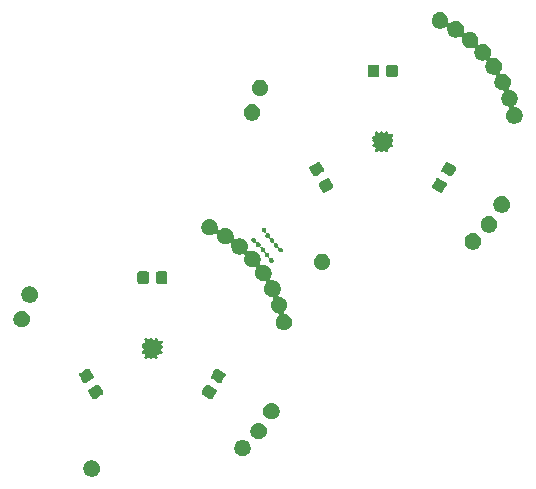
<source format=gbr>
G04 #@! TF.GenerationSoftware,KiCad,Pcbnew,5.0.2-bee76a0~70~ubuntu18.04.1*
G04 #@! TF.CreationDate,2019-06-04T20:48:53+02:00*
G04 #@! TF.ProjectId,lower_Sensor,6c6f7765-725f-4536-956e-736f722e6b69,rev?*
G04 #@! TF.SameCoordinates,Original*
G04 #@! TF.FileFunction,Soldermask,Top*
G04 #@! TF.FilePolarity,Negative*
%FSLAX46Y46*%
G04 Gerber Fmt 4.6, Leading zero omitted, Abs format (unit mm)*
G04 Created by KiCad (PCBNEW 5.0.2-bee76a0~70~ubuntu18.04.1) date Di 04 Jun 2019 20:48:53 CEST*
%MOMM*%
%LPD*%
G01*
G04 APERTURE LIST*
%ADD10C,0.100000*%
G04 APERTURE END LIST*
D10*
G36*
X105068372Y-89485778D02*
X105195949Y-89538622D01*
X105310765Y-89615340D01*
X105408400Y-89712975D01*
X105485118Y-89827791D01*
X105537962Y-89955368D01*
X105564900Y-90090796D01*
X105564900Y-90228884D01*
X105537962Y-90364312D01*
X105485118Y-90491889D01*
X105408400Y-90606705D01*
X105310765Y-90704340D01*
X105195949Y-90781058D01*
X105068372Y-90833902D01*
X104932944Y-90860840D01*
X104794856Y-90860840D01*
X104659428Y-90833902D01*
X104531851Y-90781058D01*
X104417035Y-90704340D01*
X104319400Y-90606705D01*
X104242682Y-90491889D01*
X104189838Y-90364312D01*
X104162900Y-90228884D01*
X104162900Y-90090796D01*
X104189838Y-89955368D01*
X104242682Y-89827791D01*
X104319400Y-89712975D01*
X104417035Y-89615340D01*
X104531851Y-89538622D01*
X104659428Y-89485778D01*
X104794856Y-89458840D01*
X104932944Y-89458840D01*
X105068372Y-89485778D01*
X105068372Y-89485778D01*
G37*
G36*
X117831872Y-87745878D02*
X117959449Y-87798722D01*
X118074265Y-87875440D01*
X118171900Y-87973075D01*
X118248618Y-88087891D01*
X118301462Y-88215468D01*
X118328400Y-88350896D01*
X118328400Y-88488984D01*
X118301462Y-88624412D01*
X118248618Y-88751989D01*
X118171900Y-88866805D01*
X118074265Y-88964440D01*
X117959449Y-89041158D01*
X117831872Y-89094002D01*
X117696444Y-89120940D01*
X117558356Y-89120940D01*
X117422928Y-89094002D01*
X117295351Y-89041158D01*
X117180535Y-88964440D01*
X117082900Y-88866805D01*
X117006182Y-88751989D01*
X116953338Y-88624412D01*
X116926400Y-88488984D01*
X116926400Y-88350896D01*
X116953338Y-88215468D01*
X117006182Y-88087891D01*
X117082900Y-87973075D01*
X117180535Y-87875440D01*
X117295351Y-87798722D01*
X117422928Y-87745878D01*
X117558356Y-87718940D01*
X117696444Y-87718940D01*
X117831872Y-87745878D01*
X117831872Y-87745878D01*
G37*
G36*
X119193312Y-86310778D02*
X119320889Y-86363622D01*
X119435705Y-86440340D01*
X119533340Y-86537975D01*
X119610058Y-86652791D01*
X119662902Y-86780368D01*
X119689840Y-86915796D01*
X119689840Y-87053884D01*
X119662902Y-87189312D01*
X119610058Y-87316889D01*
X119533340Y-87431705D01*
X119435705Y-87529340D01*
X119320889Y-87606058D01*
X119193312Y-87658902D01*
X119057884Y-87685840D01*
X118919796Y-87685840D01*
X118784368Y-87658902D01*
X118656791Y-87606058D01*
X118541975Y-87529340D01*
X118444340Y-87431705D01*
X118367622Y-87316889D01*
X118314778Y-87189312D01*
X118287840Y-87053884D01*
X118287840Y-86915796D01*
X118314778Y-86780368D01*
X118367622Y-86652791D01*
X118444340Y-86537975D01*
X118541975Y-86440340D01*
X118656791Y-86363622D01*
X118784368Y-86310778D01*
X118919796Y-86283840D01*
X119057884Y-86283840D01*
X119193312Y-86310778D01*
X119193312Y-86310778D01*
G37*
G36*
X120282972Y-84629298D02*
X120410549Y-84682142D01*
X120525365Y-84758860D01*
X120623000Y-84856495D01*
X120699718Y-84971311D01*
X120752562Y-85098888D01*
X120779500Y-85234316D01*
X120779500Y-85372404D01*
X120752562Y-85507832D01*
X120699718Y-85635409D01*
X120623000Y-85750225D01*
X120525365Y-85847860D01*
X120410549Y-85924578D01*
X120282972Y-85977422D01*
X120147544Y-86004360D01*
X120009456Y-86004360D01*
X119874028Y-85977422D01*
X119746451Y-85924578D01*
X119631635Y-85847860D01*
X119534000Y-85750225D01*
X119457282Y-85635409D01*
X119404438Y-85507832D01*
X119377500Y-85372404D01*
X119377500Y-85234316D01*
X119404438Y-85098888D01*
X119457282Y-84971311D01*
X119534000Y-84856495D01*
X119631635Y-84758860D01*
X119746451Y-84682142D01*
X119874028Y-84629298D01*
X120009456Y-84602360D01*
X120147544Y-84602360D01*
X120282972Y-84629298D01*
X120282972Y-84629298D01*
G37*
G36*
X105389240Y-83069245D02*
X105422466Y-83081750D01*
X105452628Y-83100507D01*
X105478545Y-83124781D01*
X105502822Y-83158659D01*
X105530997Y-83207460D01*
X105531003Y-83207468D01*
X105775253Y-83630522D01*
X105775256Y-83630529D01*
X105803432Y-83679331D01*
X105820633Y-83717293D01*
X105828698Y-83751881D01*
X105829859Y-83787367D01*
X105824074Y-83822411D01*
X105811569Y-83855637D01*
X105792812Y-83885799D01*
X105768538Y-83911716D01*
X105734660Y-83935993D01*
X105685859Y-83964168D01*
X105685851Y-83964174D01*
X105197845Y-84245924D01*
X105197838Y-84245927D01*
X105149036Y-84274103D01*
X105111074Y-84291304D01*
X105076486Y-84299369D01*
X105041000Y-84300530D01*
X105005956Y-84294745D01*
X104972730Y-84282240D01*
X104942568Y-84263483D01*
X104916651Y-84239209D01*
X104892374Y-84205331D01*
X104864199Y-84156530D01*
X104864193Y-84156522D01*
X104619943Y-83733468D01*
X104619940Y-83733461D01*
X104591764Y-83684659D01*
X104574563Y-83646697D01*
X104566498Y-83612109D01*
X104565337Y-83576623D01*
X104571122Y-83541579D01*
X104583627Y-83508353D01*
X104602384Y-83478191D01*
X104626658Y-83452274D01*
X104660536Y-83427997D01*
X104709337Y-83399822D01*
X104709345Y-83399816D01*
X105197351Y-83118066D01*
X105197358Y-83118063D01*
X105246160Y-83089887D01*
X105284122Y-83072686D01*
X105318710Y-83064621D01*
X105354196Y-83063460D01*
X105389240Y-83069245D01*
X105389240Y-83069245D01*
G37*
G36*
X114681290Y-83064621D02*
X114715878Y-83072686D01*
X114753840Y-83089887D01*
X114802642Y-83118063D01*
X114802649Y-83118066D01*
X115290655Y-83399816D01*
X115290663Y-83399822D01*
X115339464Y-83427997D01*
X115373342Y-83452274D01*
X115397616Y-83478191D01*
X115416373Y-83508353D01*
X115428878Y-83541579D01*
X115434663Y-83576623D01*
X115433502Y-83612109D01*
X115425437Y-83646697D01*
X115408236Y-83684659D01*
X115380060Y-83733461D01*
X115380057Y-83733468D01*
X115135807Y-84156522D01*
X115135801Y-84156530D01*
X115107626Y-84205331D01*
X115083349Y-84239209D01*
X115057432Y-84263483D01*
X115027270Y-84282240D01*
X114994044Y-84294745D01*
X114959000Y-84300530D01*
X114923514Y-84299369D01*
X114888926Y-84291304D01*
X114850964Y-84274103D01*
X114802162Y-84245927D01*
X114802155Y-84245924D01*
X114314149Y-83964174D01*
X114314141Y-83964168D01*
X114265340Y-83935993D01*
X114231462Y-83911716D01*
X114207188Y-83885799D01*
X114188431Y-83855637D01*
X114175926Y-83822411D01*
X114170141Y-83787367D01*
X114171302Y-83751881D01*
X114179367Y-83717293D01*
X114196568Y-83679331D01*
X114224744Y-83630529D01*
X114224747Y-83630522D01*
X114468997Y-83207468D01*
X114469003Y-83207460D01*
X114497178Y-83158659D01*
X114521455Y-83124781D01*
X114547372Y-83100507D01*
X114577534Y-83081750D01*
X114610760Y-83069245D01*
X114645804Y-83063460D01*
X114681290Y-83064621D01*
X114681290Y-83064621D01*
G37*
G36*
X104601740Y-81705255D02*
X104634966Y-81717760D01*
X104665128Y-81736517D01*
X104691045Y-81760791D01*
X104715322Y-81794669D01*
X104743497Y-81843470D01*
X104743503Y-81843478D01*
X104987753Y-82266532D01*
X104987756Y-82266539D01*
X105015932Y-82315341D01*
X105033133Y-82353303D01*
X105041198Y-82387891D01*
X105042359Y-82423377D01*
X105036574Y-82458421D01*
X105024069Y-82491647D01*
X105005312Y-82521809D01*
X104981038Y-82547726D01*
X104947160Y-82572003D01*
X104898359Y-82600178D01*
X104898351Y-82600184D01*
X104410345Y-82881934D01*
X104410338Y-82881937D01*
X104361536Y-82910113D01*
X104323574Y-82927314D01*
X104288986Y-82935379D01*
X104253500Y-82936540D01*
X104218456Y-82930755D01*
X104185230Y-82918250D01*
X104155068Y-82899493D01*
X104129151Y-82875219D01*
X104104874Y-82841341D01*
X104076699Y-82792540D01*
X104076693Y-82792532D01*
X103832443Y-82369478D01*
X103832440Y-82369471D01*
X103804264Y-82320669D01*
X103787063Y-82282707D01*
X103778998Y-82248119D01*
X103777837Y-82212633D01*
X103783622Y-82177589D01*
X103796127Y-82144363D01*
X103814884Y-82114201D01*
X103839158Y-82088284D01*
X103873036Y-82064007D01*
X103921837Y-82035832D01*
X103921845Y-82035826D01*
X104409851Y-81754076D01*
X104409858Y-81754073D01*
X104458660Y-81725897D01*
X104496622Y-81708696D01*
X104531210Y-81700631D01*
X104566696Y-81699470D01*
X104601740Y-81705255D01*
X104601740Y-81705255D01*
G37*
G36*
X115468790Y-81700631D02*
X115503378Y-81708696D01*
X115541340Y-81725897D01*
X115590142Y-81754073D01*
X115590149Y-81754076D01*
X116078155Y-82035826D01*
X116078163Y-82035832D01*
X116126964Y-82064007D01*
X116160842Y-82088284D01*
X116185116Y-82114201D01*
X116203873Y-82144363D01*
X116216378Y-82177589D01*
X116222163Y-82212633D01*
X116221002Y-82248119D01*
X116212937Y-82282707D01*
X116195736Y-82320669D01*
X116167560Y-82369471D01*
X116167557Y-82369478D01*
X115923307Y-82792532D01*
X115923301Y-82792540D01*
X115895126Y-82841341D01*
X115870849Y-82875219D01*
X115844932Y-82899493D01*
X115814770Y-82918250D01*
X115781544Y-82930755D01*
X115746500Y-82936540D01*
X115711014Y-82935379D01*
X115676426Y-82927314D01*
X115638464Y-82910113D01*
X115589662Y-82881937D01*
X115589655Y-82881934D01*
X115101649Y-82600184D01*
X115101641Y-82600178D01*
X115052840Y-82572003D01*
X115018962Y-82547726D01*
X114994688Y-82521809D01*
X114975931Y-82491647D01*
X114963426Y-82458421D01*
X114957641Y-82423377D01*
X114958802Y-82387891D01*
X114966867Y-82353303D01*
X114984068Y-82315341D01*
X115012244Y-82266539D01*
X115012247Y-82266532D01*
X115256497Y-81843478D01*
X115256503Y-81843470D01*
X115284678Y-81794669D01*
X115308955Y-81760791D01*
X115334872Y-81736517D01*
X115365034Y-81717760D01*
X115398260Y-81705255D01*
X115433304Y-81699470D01*
X115468790Y-81700631D01*
X115468790Y-81700631D01*
G37*
G36*
X109486753Y-79125842D02*
X109509684Y-79135340D01*
X109530321Y-79149129D01*
X109547871Y-79166679D01*
X109561660Y-79187316D01*
X109561662Y-79187321D01*
X109566066Y-79193912D01*
X109581612Y-79212854D01*
X109600554Y-79228400D01*
X109622165Y-79239951D01*
X109645614Y-79247064D01*
X109670000Y-79249466D01*
X109694386Y-79247064D01*
X109717835Y-79239951D01*
X109739446Y-79228400D01*
X109758388Y-79212854D01*
X109773934Y-79193912D01*
X109778338Y-79187321D01*
X109778340Y-79187316D01*
X109792129Y-79166679D01*
X109809679Y-79149129D01*
X109830316Y-79135340D01*
X109853247Y-79125842D01*
X109877590Y-79121000D01*
X109902410Y-79121000D01*
X109926753Y-79125842D01*
X109949684Y-79135340D01*
X109970321Y-79149129D01*
X109987871Y-79166679D01*
X110001660Y-79187316D01*
X110001662Y-79187321D01*
X110006066Y-79193912D01*
X110021612Y-79212854D01*
X110040554Y-79228400D01*
X110062165Y-79239951D01*
X110085614Y-79247064D01*
X110110000Y-79249466D01*
X110134386Y-79247064D01*
X110157835Y-79239951D01*
X110179446Y-79228400D01*
X110198388Y-79212854D01*
X110213934Y-79193912D01*
X110218338Y-79187321D01*
X110218340Y-79187316D01*
X110232129Y-79166679D01*
X110249679Y-79149129D01*
X110270316Y-79135340D01*
X110293247Y-79125842D01*
X110317590Y-79121000D01*
X110342410Y-79121000D01*
X110366753Y-79125842D01*
X110389684Y-79135340D01*
X110410321Y-79149129D01*
X110427871Y-79166679D01*
X110441660Y-79187316D01*
X110451158Y-79210247D01*
X110454769Y-79228400D01*
X110456000Y-79234591D01*
X110456000Y-79267033D01*
X110458402Y-79291419D01*
X110465515Y-79314868D01*
X110477066Y-79336479D01*
X110492612Y-79355421D01*
X110511554Y-79370967D01*
X110533165Y-79382518D01*
X110556614Y-79389631D01*
X110581000Y-79392033D01*
X110605386Y-79389631D01*
X110628835Y-79382518D01*
X110650446Y-79370967D01*
X110669382Y-79355426D01*
X110672679Y-79352129D01*
X110693316Y-79338340D01*
X110716247Y-79328842D01*
X110740590Y-79324000D01*
X110765410Y-79324000D01*
X110789753Y-79328842D01*
X110812684Y-79338340D01*
X110833321Y-79352129D01*
X110850871Y-79369679D01*
X110864660Y-79390316D01*
X110874158Y-79413247D01*
X110879000Y-79437590D01*
X110879000Y-79462410D01*
X110874158Y-79486753D01*
X110864660Y-79509684D01*
X110850871Y-79530321D01*
X110833321Y-79547871D01*
X110812684Y-79561660D01*
X110812679Y-79561662D01*
X110806088Y-79566066D01*
X110787146Y-79581612D01*
X110771600Y-79600554D01*
X110760049Y-79622165D01*
X110752936Y-79645614D01*
X110750534Y-79670000D01*
X110752936Y-79694386D01*
X110760049Y-79717835D01*
X110771600Y-79739446D01*
X110787146Y-79758388D01*
X110806088Y-79773934D01*
X110812679Y-79778338D01*
X110812684Y-79778340D01*
X110833321Y-79792129D01*
X110850871Y-79809679D01*
X110864660Y-79830316D01*
X110874158Y-79853247D01*
X110879000Y-79877590D01*
X110879000Y-79902410D01*
X110874158Y-79926753D01*
X110864660Y-79949684D01*
X110850871Y-79970321D01*
X110833321Y-79987871D01*
X110812684Y-80001660D01*
X110812679Y-80001662D01*
X110806088Y-80006066D01*
X110787146Y-80021612D01*
X110771600Y-80040554D01*
X110760049Y-80062165D01*
X110752936Y-80085614D01*
X110750534Y-80110000D01*
X110752936Y-80134386D01*
X110760049Y-80157835D01*
X110771600Y-80179446D01*
X110787146Y-80198388D01*
X110806088Y-80213934D01*
X110812679Y-80218338D01*
X110812684Y-80218340D01*
X110833321Y-80232129D01*
X110850871Y-80249679D01*
X110864660Y-80270316D01*
X110874158Y-80293247D01*
X110879000Y-80317590D01*
X110879000Y-80342410D01*
X110874158Y-80366753D01*
X110864660Y-80389684D01*
X110850871Y-80410321D01*
X110833321Y-80427871D01*
X110812684Y-80441660D01*
X110789753Y-80451158D01*
X110765410Y-80456000D01*
X110740590Y-80456000D01*
X110716247Y-80451158D01*
X110693316Y-80441660D01*
X110692513Y-80441123D01*
X110670918Y-80429580D01*
X110647469Y-80422466D01*
X110623083Y-80420063D01*
X110598697Y-80422464D01*
X110575247Y-80429576D01*
X110553636Y-80441126D01*
X110534690Y-80456675D01*
X110456675Y-80534690D01*
X110441129Y-80553632D01*
X110429578Y-80575243D01*
X110422465Y-80598692D01*
X110420063Y-80623078D01*
X110422465Y-80647464D01*
X110429578Y-80670913D01*
X110441123Y-80692513D01*
X110441660Y-80693316D01*
X110451158Y-80716247D01*
X110456000Y-80740590D01*
X110456000Y-80765410D01*
X110451158Y-80789753D01*
X110441660Y-80812684D01*
X110427871Y-80833321D01*
X110410321Y-80850871D01*
X110389684Y-80864660D01*
X110366753Y-80874158D01*
X110342410Y-80879000D01*
X110317590Y-80879000D01*
X110293247Y-80874158D01*
X110270316Y-80864660D01*
X110249679Y-80850871D01*
X110232129Y-80833321D01*
X110218340Y-80812684D01*
X110218338Y-80812679D01*
X110213934Y-80806088D01*
X110198388Y-80787146D01*
X110179446Y-80771600D01*
X110157835Y-80760049D01*
X110134386Y-80752936D01*
X110110000Y-80750534D01*
X110085614Y-80752936D01*
X110062165Y-80760049D01*
X110040554Y-80771600D01*
X110021612Y-80787146D01*
X110006066Y-80806088D01*
X110001662Y-80812679D01*
X110001660Y-80812684D01*
X109987871Y-80833321D01*
X109970321Y-80850871D01*
X109949684Y-80864660D01*
X109926753Y-80874158D01*
X109902410Y-80879000D01*
X109877590Y-80879000D01*
X109853247Y-80874158D01*
X109830316Y-80864660D01*
X109809679Y-80850871D01*
X109792129Y-80833321D01*
X109778340Y-80812684D01*
X109778338Y-80812679D01*
X109773934Y-80806088D01*
X109758388Y-80787146D01*
X109739446Y-80771600D01*
X109717835Y-80760049D01*
X109694386Y-80752936D01*
X109670000Y-80750534D01*
X109645614Y-80752936D01*
X109622165Y-80760049D01*
X109600554Y-80771600D01*
X109581612Y-80787146D01*
X109566066Y-80806088D01*
X109561662Y-80812679D01*
X109561660Y-80812684D01*
X109547871Y-80833321D01*
X109530321Y-80850871D01*
X109509684Y-80864660D01*
X109486753Y-80874158D01*
X109462410Y-80879000D01*
X109437590Y-80879000D01*
X109413247Y-80874158D01*
X109390316Y-80864660D01*
X109369679Y-80850871D01*
X109352129Y-80833321D01*
X109338340Y-80812684D01*
X109328842Y-80789753D01*
X109324000Y-80765410D01*
X109324000Y-80740590D01*
X109328842Y-80716247D01*
X109338340Y-80693316D01*
X109352129Y-80672679D01*
X109355426Y-80669382D01*
X109370967Y-80650446D01*
X109382518Y-80628835D01*
X109389631Y-80605386D01*
X109392033Y-80581000D01*
X109389631Y-80556614D01*
X109382518Y-80533165D01*
X109370967Y-80511554D01*
X109355421Y-80492612D01*
X109336479Y-80477066D01*
X109314868Y-80465515D01*
X109291419Y-80458402D01*
X109267033Y-80456000D01*
X109234590Y-80456000D01*
X109210247Y-80451158D01*
X109187316Y-80441660D01*
X109166679Y-80427871D01*
X109149129Y-80410321D01*
X109135340Y-80389684D01*
X109125842Y-80366753D01*
X109121000Y-80342410D01*
X109121000Y-80317590D01*
X109125842Y-80293247D01*
X109135340Y-80270316D01*
X109149129Y-80249679D01*
X109166679Y-80232129D01*
X109187316Y-80218340D01*
X109187321Y-80218338D01*
X109193912Y-80213934D01*
X109212854Y-80198388D01*
X109228400Y-80179446D01*
X109239951Y-80157835D01*
X109247064Y-80134386D01*
X109249466Y-80110000D01*
X109247064Y-80085614D01*
X109239951Y-80062165D01*
X109228400Y-80040554D01*
X109212854Y-80021612D01*
X109193912Y-80006066D01*
X109187321Y-80001662D01*
X109187316Y-80001660D01*
X109166679Y-79987871D01*
X109149129Y-79970321D01*
X109135340Y-79949684D01*
X109125842Y-79926753D01*
X109121000Y-79902410D01*
X109121000Y-79877590D01*
X109123421Y-79865419D01*
X109125842Y-79853246D01*
X109136368Y-79827835D01*
X109143481Y-79804386D01*
X109145883Y-79779999D01*
X109143481Y-79755613D01*
X109136368Y-79732165D01*
X109125842Y-79706754D01*
X109121000Y-79682409D01*
X109121000Y-79657591D01*
X109125842Y-79633249D01*
X109125842Y-79633247D01*
X109135340Y-79610316D01*
X109149129Y-79589679D01*
X109166679Y-79572129D01*
X109187316Y-79558340D01*
X109210247Y-79548842D01*
X109234590Y-79544000D01*
X109267033Y-79544000D01*
X109291419Y-79541598D01*
X109314868Y-79534485D01*
X109336479Y-79522934D01*
X109355421Y-79507388D01*
X109370967Y-79488446D01*
X109382518Y-79466835D01*
X109389631Y-79443386D01*
X109392033Y-79419000D01*
X109389631Y-79394614D01*
X109382518Y-79371165D01*
X109370967Y-79349554D01*
X109355426Y-79330618D01*
X109352129Y-79327321D01*
X109338340Y-79306684D01*
X109328842Y-79283753D01*
X109324000Y-79259410D01*
X109324000Y-79234590D01*
X109328842Y-79210247D01*
X109338340Y-79187316D01*
X109352129Y-79166679D01*
X109369679Y-79149129D01*
X109390316Y-79135340D01*
X109413247Y-79125842D01*
X109437590Y-79121000D01*
X109462410Y-79121000D01*
X109486753Y-79125842D01*
X109486753Y-79125842D01*
G37*
G36*
X115040412Y-69051478D02*
X115167989Y-69104322D01*
X115282805Y-69181040D01*
X115380440Y-69278675D01*
X115457158Y-69393491D01*
X115510002Y-69521068D01*
X115536940Y-69656496D01*
X115536940Y-69794585D01*
X115534662Y-69806038D01*
X115532260Y-69830424D01*
X115534662Y-69854810D01*
X115541775Y-69878259D01*
X115553327Y-69899870D01*
X115568872Y-69918812D01*
X115587815Y-69934357D01*
X115609426Y-69945908D01*
X115632875Y-69953021D01*
X115657261Y-69955423D01*
X115681647Y-69953021D01*
X115705096Y-69945908D01*
X115726706Y-69934357D01*
X115839931Y-69858702D01*
X115967508Y-69805858D01*
X116102936Y-69778920D01*
X116241024Y-69778920D01*
X116376452Y-69805858D01*
X116504029Y-69858702D01*
X116618845Y-69935420D01*
X116716480Y-70033055D01*
X116793198Y-70147871D01*
X116846042Y-70275448D01*
X116872980Y-70410876D01*
X116872980Y-70548964D01*
X116859676Y-70615848D01*
X116857274Y-70640234D01*
X116859676Y-70664620D01*
X116866789Y-70688070D01*
X116878340Y-70709680D01*
X116893886Y-70728622D01*
X116912828Y-70744168D01*
X116934439Y-70755719D01*
X116957888Y-70762832D01*
X116982274Y-70765234D01*
X117006660Y-70762832D01*
X117030110Y-70755719D01*
X117040554Y-70750137D01*
X117046431Y-70747703D01*
X117046432Y-70747702D01*
X117138225Y-70709680D01*
X117174008Y-70694858D01*
X117309436Y-70667920D01*
X117447524Y-70667920D01*
X117582952Y-70694858D01*
X117710529Y-70747702D01*
X117825345Y-70824420D01*
X117922980Y-70922055D01*
X117999698Y-71036871D01*
X118052542Y-71164448D01*
X118079480Y-71299876D01*
X118079480Y-71437964D01*
X118052542Y-71573391D01*
X118039367Y-71605199D01*
X118032254Y-71628648D01*
X118029852Y-71653034D01*
X118032254Y-71677421D01*
X118039367Y-71700870D01*
X118050918Y-71722481D01*
X118066463Y-71741423D01*
X118085405Y-71756968D01*
X118107016Y-71768520D01*
X118130465Y-71775633D01*
X118154851Y-71778035D01*
X118179238Y-71775633D01*
X118202687Y-71768520D01*
X118256046Y-71746418D01*
X118391476Y-71719480D01*
X118529564Y-71719480D01*
X118664992Y-71746418D01*
X118792569Y-71799262D01*
X118907385Y-71875980D01*
X119005020Y-71973615D01*
X119081738Y-72088431D01*
X119134582Y-72216008D01*
X119161520Y-72351436D01*
X119161520Y-72489524D01*
X119134582Y-72624954D01*
X119079702Y-72757446D01*
X119072589Y-72780895D01*
X119070187Y-72805281D01*
X119072589Y-72829667D01*
X119079702Y-72853117D01*
X119091253Y-72874727D01*
X119106799Y-72893669D01*
X119125741Y-72909215D01*
X119147352Y-72920766D01*
X119170801Y-72927879D01*
X119195187Y-72930281D01*
X119219573Y-72927879D01*
X119331276Y-72905660D01*
X119469364Y-72905660D01*
X119604792Y-72932598D01*
X119732369Y-72985442D01*
X119847185Y-73062160D01*
X119944820Y-73159795D01*
X120021538Y-73274611D01*
X120074382Y-73402188D01*
X120101320Y-73537616D01*
X120101320Y-73675704D01*
X120074382Y-73811132D01*
X120021538Y-73938709D01*
X119948630Y-74047823D01*
X119937079Y-74069433D01*
X119929966Y-74092883D01*
X119927564Y-74117269D01*
X119929966Y-74141655D01*
X119937079Y-74165104D01*
X119948630Y-74186715D01*
X119964176Y-74205657D01*
X119983118Y-74221203D01*
X120004728Y-74232754D01*
X120028178Y-74239867D01*
X120052564Y-74242269D01*
X120076948Y-74239868D01*
X120093278Y-74236620D01*
X120231364Y-74236620D01*
X120366792Y-74263558D01*
X120494369Y-74316402D01*
X120609185Y-74393120D01*
X120706820Y-74490755D01*
X120783538Y-74605571D01*
X120836382Y-74733148D01*
X120863320Y-74868576D01*
X120863320Y-75006664D01*
X120836382Y-75142092D01*
X120783538Y-75269669D01*
X120706820Y-75384485D01*
X120691393Y-75399912D01*
X120675847Y-75418854D01*
X120664296Y-75440465D01*
X120657183Y-75463914D01*
X120654781Y-75488300D01*
X120657183Y-75512686D01*
X120664296Y-75536135D01*
X120675847Y-75557746D01*
X120691393Y-75576688D01*
X120710335Y-75592234D01*
X120731946Y-75603785D01*
X120755395Y-75610898D01*
X120779781Y-75613300D01*
X120800324Y-75613300D01*
X120935752Y-75640238D01*
X121063329Y-75693082D01*
X121178145Y-75769800D01*
X121275780Y-75867435D01*
X121352498Y-75982251D01*
X121405342Y-76109828D01*
X121432280Y-76245256D01*
X121432280Y-76383344D01*
X121405342Y-76518772D01*
X121352498Y-76646349D01*
X121275780Y-76761165D01*
X121172736Y-76864209D01*
X121157190Y-76883151D01*
X121145639Y-76904762D01*
X121138526Y-76928211D01*
X121136124Y-76952597D01*
X121138526Y-76976983D01*
X121145639Y-77000432D01*
X121157190Y-77022043D01*
X121172736Y-77040985D01*
X121191678Y-77056531D01*
X121213289Y-77068082D01*
X121236738Y-77075195D01*
X121339611Y-77095658D01*
X121339613Y-77095659D01*
X121339614Y-77095659D01*
X121367083Y-77107037D01*
X121467189Y-77148502D01*
X121582005Y-77225220D01*
X121679640Y-77322855D01*
X121756358Y-77437671D01*
X121809202Y-77565248D01*
X121836140Y-77700676D01*
X121836140Y-77838764D01*
X121809202Y-77974192D01*
X121756358Y-78101769D01*
X121679640Y-78216585D01*
X121582005Y-78314220D01*
X121467189Y-78390938D01*
X121339612Y-78443782D01*
X121204184Y-78470720D01*
X121066096Y-78470720D01*
X120930668Y-78443782D01*
X120803091Y-78390938D01*
X120688275Y-78314220D01*
X120590640Y-78216585D01*
X120513922Y-78101769D01*
X120461078Y-77974192D01*
X120434140Y-77838764D01*
X120434140Y-77700676D01*
X120461078Y-77565248D01*
X120513922Y-77437671D01*
X120590640Y-77322855D01*
X120693684Y-77219811D01*
X120709230Y-77200869D01*
X120720781Y-77179258D01*
X120727894Y-77155809D01*
X120730296Y-77131423D01*
X120727894Y-77107037D01*
X120720781Y-77083588D01*
X120709230Y-77061977D01*
X120693684Y-77043035D01*
X120674742Y-77027489D01*
X120653131Y-77015938D01*
X120629682Y-77008825D01*
X120526809Y-76988362D01*
X120526807Y-76988361D01*
X120526806Y-76988361D01*
X120479682Y-76968841D01*
X120399231Y-76935518D01*
X120284415Y-76858800D01*
X120186780Y-76761165D01*
X120110062Y-76646349D01*
X120057218Y-76518772D01*
X120030280Y-76383344D01*
X120030280Y-76245256D01*
X120057218Y-76109828D01*
X120110062Y-75982251D01*
X120186780Y-75867435D01*
X120202207Y-75852008D01*
X120217753Y-75833066D01*
X120229304Y-75811455D01*
X120236417Y-75788006D01*
X120238819Y-75763620D01*
X120236417Y-75739234D01*
X120229304Y-75715785D01*
X120217753Y-75694174D01*
X120202207Y-75675232D01*
X120183265Y-75659686D01*
X120161654Y-75648135D01*
X120138205Y-75641022D01*
X120113819Y-75638620D01*
X120093276Y-75638620D01*
X119957848Y-75611682D01*
X119830271Y-75558838D01*
X119715455Y-75482120D01*
X119617820Y-75384485D01*
X119541102Y-75269669D01*
X119488258Y-75142092D01*
X119461320Y-75006664D01*
X119461320Y-74868576D01*
X119488258Y-74733148D01*
X119541102Y-74605571D01*
X119614010Y-74496457D01*
X119625561Y-74474847D01*
X119632674Y-74451397D01*
X119635076Y-74427011D01*
X119632674Y-74402625D01*
X119625561Y-74379176D01*
X119614010Y-74357565D01*
X119598464Y-74338623D01*
X119579522Y-74323077D01*
X119557912Y-74311526D01*
X119534462Y-74304413D01*
X119510076Y-74302011D01*
X119485692Y-74304412D01*
X119469362Y-74307660D01*
X119331276Y-74307660D01*
X119195848Y-74280722D01*
X119068271Y-74227878D01*
X118953455Y-74151160D01*
X118855820Y-74053525D01*
X118779102Y-73938709D01*
X118726258Y-73811132D01*
X118699320Y-73675704D01*
X118699320Y-73537616D01*
X118726258Y-73402186D01*
X118781138Y-73269694D01*
X118788251Y-73246245D01*
X118790653Y-73221859D01*
X118788251Y-73197473D01*
X118781138Y-73174023D01*
X118769587Y-73152413D01*
X118754041Y-73133471D01*
X118735099Y-73117925D01*
X118713488Y-73106374D01*
X118690039Y-73099261D01*
X118665653Y-73096859D01*
X118641267Y-73099261D01*
X118529564Y-73121480D01*
X118391476Y-73121480D01*
X118256048Y-73094542D01*
X118128471Y-73041698D01*
X118013655Y-72964980D01*
X117916020Y-72867345D01*
X117839302Y-72752529D01*
X117786458Y-72624952D01*
X117759520Y-72489524D01*
X117759520Y-72351436D01*
X117786458Y-72216009D01*
X117787409Y-72213714D01*
X117799633Y-72184201D01*
X117806746Y-72160752D01*
X117809148Y-72136366D01*
X117806746Y-72111979D01*
X117799633Y-72088530D01*
X117788082Y-72066919D01*
X117772537Y-72047977D01*
X117753595Y-72032432D01*
X117731984Y-72020880D01*
X117708535Y-72013767D01*
X117684149Y-72011365D01*
X117659762Y-72013767D01*
X117636313Y-72020880D01*
X117582954Y-72042982D01*
X117447524Y-72069920D01*
X117309436Y-72069920D01*
X117174008Y-72042982D01*
X117046431Y-71990138D01*
X116931615Y-71913420D01*
X116833980Y-71815785D01*
X116757262Y-71700969D01*
X116704418Y-71573392D01*
X116677480Y-71437964D01*
X116677480Y-71299876D01*
X116690784Y-71232992D01*
X116693186Y-71208606D01*
X116690784Y-71184220D01*
X116683671Y-71160770D01*
X116672120Y-71139160D01*
X116656574Y-71120218D01*
X116637632Y-71104672D01*
X116616021Y-71093121D01*
X116592572Y-71086008D01*
X116568186Y-71083606D01*
X116543800Y-71086008D01*
X116520350Y-71093121D01*
X116509906Y-71098703D01*
X116504029Y-71101137D01*
X116504028Y-71101138D01*
X116495496Y-71104672D01*
X116376452Y-71153982D01*
X116241024Y-71180920D01*
X116102936Y-71180920D01*
X115967508Y-71153982D01*
X115839931Y-71101138D01*
X115725115Y-71024420D01*
X115627480Y-70926785D01*
X115550762Y-70811969D01*
X115497918Y-70684392D01*
X115470980Y-70548964D01*
X115470980Y-70410875D01*
X115473258Y-70399422D01*
X115475660Y-70375036D01*
X115473258Y-70350650D01*
X115466145Y-70327201D01*
X115454593Y-70305590D01*
X115439048Y-70286648D01*
X115420105Y-70271103D01*
X115398494Y-70259552D01*
X115375045Y-70252439D01*
X115350659Y-70250037D01*
X115326273Y-70252439D01*
X115302824Y-70259552D01*
X115281214Y-70271103D01*
X115167989Y-70346758D01*
X115040412Y-70399602D01*
X114904984Y-70426540D01*
X114766896Y-70426540D01*
X114631468Y-70399602D01*
X114503891Y-70346758D01*
X114389075Y-70270040D01*
X114291440Y-70172405D01*
X114214722Y-70057589D01*
X114161878Y-69930012D01*
X114134940Y-69794584D01*
X114134940Y-69656496D01*
X114161878Y-69521068D01*
X114214722Y-69393491D01*
X114291440Y-69278675D01*
X114389075Y-69181040D01*
X114503891Y-69104322D01*
X114631468Y-69051478D01*
X114766896Y-69024540D01*
X114904984Y-69024540D01*
X115040412Y-69051478D01*
X115040412Y-69051478D01*
G37*
G36*
X99132392Y-76831498D02*
X99259969Y-76884342D01*
X99374785Y-76961060D01*
X99472420Y-77058695D01*
X99549138Y-77173511D01*
X99601982Y-77301088D01*
X99628920Y-77436516D01*
X99628920Y-77574604D01*
X99601982Y-77710032D01*
X99549138Y-77837609D01*
X99472420Y-77952425D01*
X99374785Y-78050060D01*
X99259969Y-78126778D01*
X99132392Y-78179622D01*
X98996964Y-78206560D01*
X98858876Y-78206560D01*
X98723448Y-78179622D01*
X98595871Y-78126778D01*
X98481055Y-78050060D01*
X98383420Y-77952425D01*
X98306702Y-77837609D01*
X98253858Y-77710032D01*
X98226920Y-77574604D01*
X98226920Y-77436516D01*
X98253858Y-77301088D01*
X98306702Y-77173511D01*
X98383420Y-77058695D01*
X98481055Y-76961060D01*
X98595871Y-76884342D01*
X98723448Y-76831498D01*
X98858876Y-76804560D01*
X98996964Y-76804560D01*
X99132392Y-76831498D01*
X99132392Y-76831498D01*
G37*
G36*
X99815652Y-74756318D02*
X99943229Y-74809162D01*
X100058045Y-74885880D01*
X100155680Y-74983515D01*
X100232398Y-75098331D01*
X100285242Y-75225908D01*
X100312180Y-75361336D01*
X100312180Y-75499424D01*
X100285242Y-75634852D01*
X100232398Y-75762429D01*
X100155680Y-75877245D01*
X100058045Y-75974880D01*
X99943229Y-76051598D01*
X99815652Y-76104442D01*
X99680224Y-76131380D01*
X99542136Y-76131380D01*
X99406708Y-76104442D01*
X99279131Y-76051598D01*
X99164315Y-75974880D01*
X99066680Y-75877245D01*
X98989962Y-75762429D01*
X98937118Y-75634852D01*
X98910180Y-75499424D01*
X98910180Y-75361336D01*
X98937118Y-75225908D01*
X98989962Y-75098331D01*
X99066680Y-74983515D01*
X99164315Y-74885880D01*
X99279131Y-74809162D01*
X99406708Y-74756318D01*
X99542136Y-74729380D01*
X99680224Y-74729380D01*
X99815652Y-74756318D01*
X99815652Y-74756318D01*
G37*
G36*
X109554591Y-73478085D02*
X109588569Y-73488393D01*
X109619887Y-73505133D01*
X109647339Y-73527661D01*
X109669867Y-73555113D01*
X109686607Y-73586431D01*
X109696915Y-73620409D01*
X109701000Y-73661890D01*
X109701000Y-74338110D01*
X109696915Y-74379591D01*
X109686607Y-74413569D01*
X109669867Y-74444887D01*
X109647339Y-74472339D01*
X109619887Y-74494867D01*
X109588569Y-74511607D01*
X109554591Y-74521915D01*
X109513110Y-74526000D01*
X108911890Y-74526000D01*
X108870409Y-74521915D01*
X108836431Y-74511607D01*
X108805113Y-74494867D01*
X108777661Y-74472339D01*
X108755133Y-74444887D01*
X108738393Y-74413569D01*
X108728085Y-74379591D01*
X108724000Y-74338110D01*
X108724000Y-73661890D01*
X108728085Y-73620409D01*
X108738393Y-73586431D01*
X108755133Y-73555113D01*
X108777661Y-73527661D01*
X108805113Y-73505133D01*
X108836431Y-73488393D01*
X108870409Y-73478085D01*
X108911890Y-73474000D01*
X109513110Y-73474000D01*
X109554591Y-73478085D01*
X109554591Y-73478085D01*
G37*
G36*
X111129591Y-73478085D02*
X111163569Y-73488393D01*
X111194887Y-73505133D01*
X111222339Y-73527661D01*
X111244867Y-73555113D01*
X111261607Y-73586431D01*
X111271915Y-73620409D01*
X111276000Y-73661890D01*
X111276000Y-74338110D01*
X111271915Y-74379591D01*
X111261607Y-74413569D01*
X111244867Y-74444887D01*
X111222339Y-74472339D01*
X111194887Y-74494867D01*
X111163569Y-74511607D01*
X111129591Y-74521915D01*
X111088110Y-74526000D01*
X110486890Y-74526000D01*
X110445409Y-74521915D01*
X110411431Y-74511607D01*
X110380113Y-74494867D01*
X110352661Y-74472339D01*
X110330133Y-74444887D01*
X110313393Y-74413569D01*
X110303085Y-74379591D01*
X110299000Y-74338110D01*
X110299000Y-73661890D01*
X110303085Y-73620409D01*
X110313393Y-73586431D01*
X110330133Y-73555113D01*
X110352661Y-73527661D01*
X110380113Y-73505133D01*
X110411431Y-73488393D01*
X110445409Y-73478085D01*
X110486890Y-73474000D01*
X111088110Y-73474000D01*
X111129591Y-73478085D01*
X111129591Y-73478085D01*
G37*
G36*
X124568372Y-71985778D02*
X124695949Y-72038622D01*
X124810765Y-72115340D01*
X124908400Y-72212975D01*
X124985118Y-72327791D01*
X125037962Y-72455368D01*
X125064900Y-72590796D01*
X125064900Y-72728884D01*
X125037962Y-72864312D01*
X124985118Y-72991889D01*
X124908400Y-73106705D01*
X124810765Y-73204340D01*
X124695949Y-73281058D01*
X124568372Y-73333902D01*
X124432944Y-73360840D01*
X124294856Y-73360840D01*
X124159428Y-73333902D01*
X124031851Y-73281058D01*
X123917035Y-73204340D01*
X123819400Y-73106705D01*
X123742682Y-72991889D01*
X123689838Y-72864312D01*
X123662900Y-72728884D01*
X123662900Y-72590796D01*
X123689838Y-72455368D01*
X123742682Y-72327791D01*
X123819400Y-72212975D01*
X123917035Y-72115340D01*
X124031851Y-72038622D01*
X124159428Y-71985778D01*
X124294856Y-71958840D01*
X124432944Y-71958840D01*
X124568372Y-71985778D01*
X124568372Y-71985778D01*
G37*
G36*
X118598402Y-70627536D02*
X118633846Y-70634586D01*
X118670425Y-70649738D01*
X118670427Y-70649739D01*
X118676699Y-70653930D01*
X118692698Y-70664620D01*
X118703347Y-70671736D01*
X118731342Y-70699731D01*
X118749866Y-70727453D01*
X118753340Y-70732653D01*
X118768492Y-70769232D01*
X118776216Y-70808065D01*
X118776216Y-70847659D01*
X118770791Y-70874932D01*
X118768390Y-70899311D01*
X118770792Y-70923697D01*
X118777905Y-70947146D01*
X118789456Y-70968757D01*
X118805001Y-70987700D01*
X118823943Y-71003245D01*
X118845553Y-71014796D01*
X118869003Y-71021910D01*
X118893389Y-71024312D01*
X118917776Y-71021910D01*
X118947252Y-71016047D01*
X118986848Y-71016047D01*
X118996555Y-71017978D01*
X119025680Y-71023771D01*
X119062259Y-71038923D01*
X119062261Y-71038924D01*
X119077131Y-71048860D01*
X119095180Y-71060920D01*
X119123177Y-71088917D01*
X119131343Y-71101138D01*
X119144469Y-71120782D01*
X119145174Y-71121838D01*
X119160326Y-71158417D01*
X119168050Y-71197250D01*
X119168050Y-71236844D01*
X119160327Y-71275674D01*
X119160326Y-71275676D01*
X119158624Y-71279785D01*
X119151510Y-71303234D01*
X119149108Y-71327620D01*
X119151509Y-71352006D01*
X119158622Y-71375455D01*
X119170173Y-71397066D01*
X119185718Y-71416009D01*
X119204660Y-71431554D01*
X119226271Y-71443106D01*
X119249720Y-71450220D01*
X119274106Y-71452622D01*
X119298493Y-71450220D01*
X119326829Y-71444584D01*
X119366426Y-71444584D01*
X119376133Y-71446515D01*
X119405258Y-71452308D01*
X119441837Y-71467460D01*
X119441839Y-71467461D01*
X119450664Y-71473358D01*
X119472533Y-71487970D01*
X119474759Y-71489458D01*
X119502754Y-71517453D01*
X119522370Y-71546809D01*
X119524752Y-71550375D01*
X119539904Y-71586954D01*
X119547628Y-71625787D01*
X119547628Y-71665381D01*
X119539905Y-71704211D01*
X119539904Y-71704213D01*
X119534785Y-71716571D01*
X119527671Y-71740020D01*
X119525269Y-71764406D01*
X119527670Y-71788792D01*
X119534783Y-71812241D01*
X119546334Y-71833853D01*
X119561879Y-71852795D01*
X119580821Y-71868341D01*
X119602432Y-71879892D01*
X119625881Y-71887006D01*
X119650267Y-71889408D01*
X119674652Y-71887006D01*
X119686831Y-71884584D01*
X119726426Y-71884584D01*
X119736133Y-71886515D01*
X119765258Y-71892308D01*
X119801837Y-71907460D01*
X119801839Y-71907461D01*
X119834759Y-71929458D01*
X119862754Y-71957453D01*
X119881681Y-71985778D01*
X119884752Y-71990375D01*
X119899904Y-72026954D01*
X119907628Y-72065787D01*
X119907628Y-72105381D01*
X119899904Y-72144214D01*
X119885756Y-72178368D01*
X119878643Y-72201817D01*
X119876241Y-72226203D01*
X119878643Y-72250590D01*
X119885756Y-72274039D01*
X119897307Y-72295650D01*
X119912852Y-72314592D01*
X119931794Y-72330137D01*
X119953405Y-72341689D01*
X119976854Y-72348802D01*
X120001240Y-72351204D01*
X120025620Y-72348803D01*
X120046831Y-72344584D01*
X120086426Y-72344584D01*
X120096133Y-72346515D01*
X120125258Y-72352308D01*
X120161837Y-72367460D01*
X120161839Y-72367461D01*
X120178410Y-72378534D01*
X120194758Y-72389457D01*
X120222755Y-72417454D01*
X120244752Y-72450375D01*
X120259904Y-72486954D01*
X120267628Y-72525787D01*
X120267628Y-72565381D01*
X120259904Y-72604214D01*
X120244752Y-72640793D01*
X120244751Y-72640795D01*
X120222754Y-72673715D01*
X120194759Y-72701710D01*
X120161839Y-72723707D01*
X120161838Y-72723708D01*
X120161837Y-72723708D01*
X120125258Y-72738860D01*
X120096133Y-72744653D01*
X120086426Y-72746584D01*
X120046830Y-72746584D01*
X120037123Y-72744653D01*
X120007998Y-72738860D01*
X119971419Y-72723708D01*
X119971418Y-72723708D01*
X119971417Y-72723707D01*
X119938497Y-72701710D01*
X119910502Y-72673715D01*
X119888505Y-72640795D01*
X119888504Y-72640793D01*
X119873352Y-72604214D01*
X119865628Y-72565381D01*
X119865628Y-72525787D01*
X119873352Y-72486954D01*
X119887501Y-72452795D01*
X119894613Y-72429351D01*
X119897015Y-72404965D01*
X119894613Y-72380578D01*
X119887500Y-72357129D01*
X119875949Y-72335518D01*
X119860404Y-72316576D01*
X119841462Y-72301031D01*
X119819851Y-72289479D01*
X119796402Y-72282366D01*
X119772016Y-72279964D01*
X119747636Y-72282365D01*
X119726425Y-72286584D01*
X119686830Y-72286584D01*
X119677123Y-72284653D01*
X119647998Y-72278860D01*
X119611419Y-72263708D01*
X119611418Y-72263708D01*
X119611417Y-72263707D01*
X119594846Y-72252634D01*
X119578498Y-72241711D01*
X119550501Y-72213714D01*
X119528504Y-72180793D01*
X119513352Y-72144214D01*
X119505628Y-72105381D01*
X119505628Y-72065787D01*
X119513352Y-72026954D01*
X119518472Y-72014593D01*
X119525585Y-71991148D01*
X119527987Y-71966762D01*
X119525586Y-71942376D01*
X119518473Y-71918927D01*
X119506922Y-71897315D01*
X119491377Y-71878373D01*
X119472435Y-71862827D01*
X119450824Y-71851276D01*
X119427375Y-71844162D01*
X119402989Y-71841760D01*
X119378604Y-71844162D01*
X119366425Y-71846584D01*
X119326830Y-71846584D01*
X119314654Y-71844162D01*
X119287998Y-71838860D01*
X119251419Y-71823708D01*
X119251418Y-71823708D01*
X119251417Y-71823707D01*
X119218497Y-71801710D01*
X119190502Y-71773715D01*
X119187031Y-71768520D01*
X119168504Y-71740793D01*
X119153352Y-71704214D01*
X119145628Y-71665381D01*
X119145628Y-71625787D01*
X119153352Y-71586954D01*
X119155055Y-71582843D01*
X119162168Y-71559397D01*
X119164570Y-71535011D01*
X119162169Y-71510625D01*
X119155056Y-71487176D01*
X119143505Y-71465565D01*
X119127960Y-71446622D01*
X119109018Y-71431077D01*
X119087407Y-71419525D01*
X119063958Y-71412411D01*
X119039572Y-71410009D01*
X119015185Y-71412411D01*
X118986849Y-71418047D01*
X118947252Y-71418047D01*
X118937007Y-71416009D01*
X118908420Y-71410323D01*
X118871841Y-71395171D01*
X118871840Y-71395171D01*
X118871839Y-71395170D01*
X118838919Y-71373173D01*
X118810924Y-71345178D01*
X118804483Y-71335538D01*
X118788926Y-71312256D01*
X118773774Y-71275677D01*
X118766050Y-71236844D01*
X118766050Y-71197250D01*
X118771475Y-71169977D01*
X118773876Y-71145598D01*
X118771474Y-71121212D01*
X118764361Y-71097763D01*
X118752810Y-71076152D01*
X118737265Y-71057209D01*
X118718323Y-71041664D01*
X118696713Y-71030113D01*
X118673263Y-71022999D01*
X118648877Y-71020597D01*
X118624490Y-71022999D01*
X118595014Y-71028862D01*
X118555418Y-71028862D01*
X118545711Y-71026931D01*
X118516586Y-71021138D01*
X118480007Y-71005986D01*
X118480006Y-71005986D01*
X118480005Y-71005985D01*
X118447085Y-70983988D01*
X118419090Y-70955993D01*
X118416870Y-70952670D01*
X118408166Y-70939644D01*
X118397093Y-70923073D01*
X118397092Y-70923071D01*
X118381940Y-70886492D01*
X118374216Y-70847659D01*
X118374216Y-70808065D01*
X118381940Y-70769232D01*
X118397092Y-70732653D01*
X118400567Y-70727453D01*
X118419090Y-70699731D01*
X118447085Y-70671736D01*
X118457735Y-70664620D01*
X118473733Y-70653930D01*
X118480005Y-70649739D01*
X118480007Y-70649738D01*
X118516586Y-70634586D01*
X118552030Y-70627536D01*
X118555418Y-70626862D01*
X118595014Y-70626862D01*
X118598402Y-70627536D01*
X118598402Y-70627536D01*
G37*
G36*
X119477369Y-69781727D02*
X119506494Y-69787520D01*
X119543073Y-69802672D01*
X119543075Y-69802673D01*
X119547843Y-69805859D01*
X119575994Y-69824669D01*
X119603991Y-69852666D01*
X119625988Y-69885587D01*
X119641140Y-69922166D01*
X119648864Y-69960999D01*
X119648864Y-70000593D01*
X119641140Y-70039426D01*
X119633617Y-70057588D01*
X119632442Y-70060423D01*
X119625328Y-70083872D01*
X119622926Y-70108258D01*
X119625327Y-70132644D01*
X119632440Y-70156093D01*
X119643991Y-70177704D01*
X119659536Y-70196647D01*
X119678478Y-70212192D01*
X119700089Y-70223744D01*
X119723538Y-70230858D01*
X119747926Y-70233260D01*
X119782894Y-70233260D01*
X119792601Y-70235191D01*
X119821726Y-70240984D01*
X119858305Y-70256136D01*
X119858307Y-70256137D01*
X119874878Y-70267210D01*
X119887208Y-70275448D01*
X119891227Y-70278134D01*
X119919222Y-70306129D01*
X119935964Y-70331184D01*
X119941220Y-70339051D01*
X119956372Y-70375630D01*
X119961104Y-70399422D01*
X119964096Y-70414462D01*
X119964096Y-70454058D01*
X119954385Y-70502880D01*
X119953148Y-70506959D01*
X119950749Y-70531346D01*
X119953154Y-70555732D01*
X119960271Y-70579180D01*
X119971825Y-70600789D01*
X119987373Y-70619729D01*
X120006317Y-70635272D01*
X120027929Y-70646820D01*
X120051379Y-70653930D01*
X120075766Y-70656329D01*
X120093466Y-70654584D01*
X120136426Y-70654584D01*
X120145198Y-70656329D01*
X120175258Y-70662308D01*
X120211837Y-70677460D01*
X120211839Y-70677461D01*
X120222212Y-70684392D01*
X120244758Y-70699457D01*
X120272755Y-70727454D01*
X120294752Y-70760375D01*
X120309904Y-70796954D01*
X120315367Y-70824418D01*
X120317628Y-70835786D01*
X120317628Y-70875382D01*
X120307917Y-70924204D01*
X120306680Y-70928283D01*
X120304281Y-70952670D01*
X120306686Y-70977056D01*
X120313803Y-71000504D01*
X120325357Y-71022113D01*
X120340905Y-71041053D01*
X120359849Y-71056596D01*
X120381461Y-71068144D01*
X120404911Y-71075254D01*
X120429298Y-71077653D01*
X120447003Y-71075908D01*
X120489959Y-71075908D01*
X120498731Y-71077653D01*
X120528791Y-71083632D01*
X120562905Y-71097763D01*
X120565372Y-71098785D01*
X120568893Y-71101138D01*
X120598291Y-71120781D01*
X120626288Y-71148778D01*
X120634301Y-71160770D01*
X120647765Y-71180920D01*
X120648285Y-71181699D01*
X120663437Y-71218278D01*
X120671161Y-71257111D01*
X120671161Y-71296705D01*
X120665736Y-71323978D01*
X120663335Y-71348357D01*
X120665737Y-71372743D01*
X120672850Y-71396192D01*
X120684401Y-71417803D01*
X120699946Y-71436746D01*
X120718888Y-71452291D01*
X120740498Y-71463842D01*
X120763948Y-71470956D01*
X120788334Y-71473358D01*
X120812717Y-71470957D01*
X120842200Y-71465093D01*
X120881795Y-71465093D01*
X120891502Y-71467024D01*
X120920627Y-71472817D01*
X120957206Y-71487969D01*
X120957208Y-71487970D01*
X120973779Y-71499043D01*
X120990127Y-71509966D01*
X121018124Y-71537963D01*
X121040121Y-71570884D01*
X121055273Y-71607463D01*
X121062997Y-71646296D01*
X121062997Y-71685890D01*
X121055273Y-71724723D01*
X121040121Y-71761302D01*
X121018124Y-71794223D01*
X120990127Y-71822220D01*
X120987900Y-71823708D01*
X120957208Y-71844216D01*
X120957207Y-71844217D01*
X120957206Y-71844217D01*
X120920627Y-71859369D01*
X120891502Y-71865162D01*
X120881795Y-71867093D01*
X120842199Y-71867093D01*
X120832492Y-71865162D01*
X120803367Y-71859369D01*
X120766788Y-71844217D01*
X120766787Y-71844217D01*
X120766786Y-71844216D01*
X120736094Y-71823708D01*
X120733867Y-71822220D01*
X120705870Y-71794223D01*
X120683873Y-71761302D01*
X120668721Y-71724723D01*
X120660997Y-71685890D01*
X120660997Y-71646296D01*
X120666422Y-71619023D01*
X120668823Y-71594644D01*
X120666421Y-71570258D01*
X120659308Y-71546809D01*
X120647757Y-71525198D01*
X120632212Y-71506255D01*
X120613270Y-71490710D01*
X120591660Y-71479159D01*
X120568210Y-71472045D01*
X120543824Y-71469643D01*
X120519441Y-71472044D01*
X120489958Y-71477908D01*
X120450363Y-71477908D01*
X120440656Y-71475977D01*
X120411531Y-71470184D01*
X120374952Y-71455032D01*
X120374951Y-71455032D01*
X120374950Y-71455031D01*
X120342030Y-71433034D01*
X120314035Y-71405039D01*
X120307441Y-71395170D01*
X120292743Y-71373174D01*
X120292038Y-71372119D01*
X120289837Y-71366805D01*
X120276885Y-71335538D01*
X120269161Y-71296705D01*
X120269161Y-71257111D01*
X120276885Y-71218278D01*
X120278872Y-71208288D01*
X120280109Y-71204209D01*
X120282508Y-71179822D01*
X120280103Y-71155436D01*
X120272986Y-71131988D01*
X120261432Y-71110379D01*
X120245884Y-71091439D01*
X120226940Y-71075896D01*
X120205328Y-71064348D01*
X120181878Y-71057238D01*
X120157491Y-71054839D01*
X120139786Y-71056584D01*
X120096830Y-71056584D01*
X120087123Y-71054653D01*
X120057998Y-71048860D01*
X120021419Y-71033708D01*
X120021418Y-71033708D01*
X120021417Y-71033707D01*
X120001797Y-71020597D01*
X119988498Y-71011711D01*
X119960501Y-70983714D01*
X119949578Y-70967366D01*
X119938505Y-70950795D01*
X119938504Y-70950793D01*
X119923352Y-70914214D01*
X119915628Y-70875381D01*
X119915628Y-70835787D01*
X119923352Y-70796954D01*
X119925339Y-70786964D01*
X119926576Y-70782885D01*
X119928975Y-70758498D01*
X119926570Y-70734112D01*
X119919453Y-70710664D01*
X119907899Y-70689055D01*
X119892351Y-70670115D01*
X119873407Y-70654572D01*
X119851795Y-70643024D01*
X119828345Y-70635914D01*
X119803958Y-70633515D01*
X119786258Y-70635260D01*
X119743298Y-70635260D01*
X119733591Y-70633329D01*
X119704466Y-70627536D01*
X119667887Y-70612384D01*
X119667886Y-70612384D01*
X119667885Y-70612383D01*
X119634965Y-70590386D01*
X119606970Y-70562391D01*
X119584973Y-70529471D01*
X119584972Y-70529469D01*
X119569820Y-70492890D01*
X119562096Y-70454057D01*
X119562096Y-70414463D01*
X119569820Y-70375630D01*
X119578519Y-70354629D01*
X119585632Y-70331184D01*
X119588034Y-70306798D01*
X119585633Y-70282412D01*
X119578520Y-70258963D01*
X119566969Y-70237352D01*
X119551424Y-70218409D01*
X119532482Y-70202864D01*
X119510871Y-70191312D01*
X119487422Y-70184198D01*
X119463034Y-70181796D01*
X119428066Y-70181796D01*
X119418359Y-70179865D01*
X119389234Y-70174072D01*
X119352655Y-70158920D01*
X119352654Y-70158920D01*
X119352653Y-70158919D01*
X119319733Y-70136922D01*
X119291738Y-70108927D01*
X119269741Y-70076007D01*
X119262112Y-70057589D01*
X119254588Y-70039426D01*
X119246864Y-70000593D01*
X119246864Y-69960999D01*
X119254588Y-69922166D01*
X119269740Y-69885587D01*
X119291737Y-69852666D01*
X119319734Y-69824669D01*
X119347885Y-69805859D01*
X119352653Y-69802673D01*
X119352655Y-69802672D01*
X119389234Y-69787520D01*
X119418359Y-69781727D01*
X119428066Y-69779796D01*
X119467662Y-69779796D01*
X119477369Y-69781727D01*
X119477369Y-69781727D01*
G37*
G36*
X137331872Y-70245878D02*
X137459449Y-70298722D01*
X137574265Y-70375440D01*
X137671900Y-70473075D01*
X137748618Y-70587891D01*
X137801462Y-70715468D01*
X137828400Y-70850896D01*
X137828400Y-70988984D01*
X137801462Y-71124412D01*
X137748618Y-71251989D01*
X137671900Y-71366805D01*
X137574265Y-71464440D01*
X137459449Y-71541158D01*
X137331872Y-71594002D01*
X137196444Y-71620940D01*
X137058356Y-71620940D01*
X136922928Y-71594002D01*
X136795351Y-71541158D01*
X136680535Y-71464440D01*
X136582900Y-71366805D01*
X136506182Y-71251989D01*
X136453338Y-71124412D01*
X136426400Y-70988984D01*
X136426400Y-70850896D01*
X136453338Y-70715468D01*
X136506182Y-70587891D01*
X136582900Y-70473075D01*
X136680535Y-70375440D01*
X136795351Y-70298722D01*
X136922928Y-70245878D01*
X137058356Y-70218940D01*
X137196444Y-70218940D01*
X137331872Y-70245878D01*
X137331872Y-70245878D01*
G37*
G36*
X138693312Y-68810778D02*
X138820889Y-68863622D01*
X138935705Y-68940340D01*
X139033340Y-69037975D01*
X139110058Y-69152791D01*
X139162902Y-69280368D01*
X139189840Y-69415796D01*
X139189840Y-69553884D01*
X139162902Y-69689312D01*
X139110058Y-69816889D01*
X139033340Y-69931705D01*
X138935705Y-70029340D01*
X138820889Y-70106058D01*
X138693312Y-70158902D01*
X138557884Y-70185840D01*
X138419796Y-70185840D01*
X138284368Y-70158902D01*
X138156791Y-70106058D01*
X138041975Y-70029340D01*
X137944340Y-69931705D01*
X137867622Y-69816889D01*
X137814778Y-69689312D01*
X137787840Y-69553884D01*
X137787840Y-69415796D01*
X137814778Y-69280368D01*
X137867622Y-69152791D01*
X137944340Y-69037975D01*
X138041975Y-68940340D01*
X138156791Y-68863622D01*
X138284368Y-68810778D01*
X138419796Y-68783840D01*
X138557884Y-68783840D01*
X138693312Y-68810778D01*
X138693312Y-68810778D01*
G37*
G36*
X139782972Y-67129298D02*
X139910549Y-67182142D01*
X140025365Y-67258860D01*
X140123000Y-67356495D01*
X140199718Y-67471311D01*
X140252562Y-67598888D01*
X140279500Y-67734316D01*
X140279500Y-67872404D01*
X140252562Y-68007832D01*
X140199718Y-68135409D01*
X140123000Y-68250225D01*
X140025365Y-68347860D01*
X139910549Y-68424578D01*
X139782972Y-68477422D01*
X139647544Y-68504360D01*
X139509456Y-68504360D01*
X139374028Y-68477422D01*
X139246451Y-68424578D01*
X139131635Y-68347860D01*
X139034000Y-68250225D01*
X138957282Y-68135409D01*
X138904438Y-68007832D01*
X138877500Y-67872404D01*
X138877500Y-67734316D01*
X138904438Y-67598888D01*
X138957282Y-67471311D01*
X139034000Y-67356495D01*
X139131635Y-67258860D01*
X139246451Y-67182142D01*
X139374028Y-67129298D01*
X139509456Y-67102360D01*
X139647544Y-67102360D01*
X139782972Y-67129298D01*
X139782972Y-67129298D01*
G37*
G36*
X134181290Y-65564621D02*
X134215878Y-65572686D01*
X134253840Y-65589887D01*
X134302642Y-65618063D01*
X134302649Y-65618066D01*
X134790655Y-65899816D01*
X134790663Y-65899822D01*
X134839464Y-65927997D01*
X134873342Y-65952274D01*
X134897616Y-65978191D01*
X134916373Y-66008353D01*
X134928878Y-66041579D01*
X134934663Y-66076623D01*
X134933502Y-66112109D01*
X134925437Y-66146697D01*
X134908236Y-66184659D01*
X134880060Y-66233461D01*
X134880057Y-66233468D01*
X134635807Y-66656522D01*
X134635801Y-66656530D01*
X134607626Y-66705331D01*
X134583349Y-66739209D01*
X134557432Y-66763483D01*
X134527270Y-66782240D01*
X134494044Y-66794745D01*
X134459000Y-66800530D01*
X134423514Y-66799369D01*
X134388926Y-66791304D01*
X134350964Y-66774103D01*
X134302162Y-66745927D01*
X134302155Y-66745924D01*
X133814149Y-66464174D01*
X133814141Y-66464168D01*
X133765340Y-66435993D01*
X133731462Y-66411716D01*
X133707188Y-66385799D01*
X133688431Y-66355637D01*
X133675926Y-66322411D01*
X133670141Y-66287367D01*
X133671302Y-66251881D01*
X133679367Y-66217293D01*
X133696568Y-66179331D01*
X133724744Y-66130529D01*
X133724747Y-66130522D01*
X133968997Y-65707468D01*
X133969003Y-65707460D01*
X133997178Y-65658659D01*
X134021455Y-65624781D01*
X134047372Y-65600507D01*
X134077534Y-65581750D01*
X134110760Y-65569245D01*
X134145804Y-65563460D01*
X134181290Y-65564621D01*
X134181290Y-65564621D01*
G37*
G36*
X124889240Y-65569245D02*
X124922466Y-65581750D01*
X124952628Y-65600507D01*
X124978545Y-65624781D01*
X125002822Y-65658659D01*
X125030997Y-65707460D01*
X125031003Y-65707468D01*
X125275253Y-66130522D01*
X125275256Y-66130529D01*
X125303432Y-66179331D01*
X125320633Y-66217293D01*
X125328698Y-66251881D01*
X125329859Y-66287367D01*
X125324074Y-66322411D01*
X125311569Y-66355637D01*
X125292812Y-66385799D01*
X125268538Y-66411716D01*
X125234660Y-66435993D01*
X125185859Y-66464168D01*
X125185851Y-66464174D01*
X124697845Y-66745924D01*
X124697838Y-66745927D01*
X124649036Y-66774103D01*
X124611074Y-66791304D01*
X124576486Y-66799369D01*
X124541000Y-66800530D01*
X124505956Y-66794745D01*
X124472730Y-66782240D01*
X124442568Y-66763483D01*
X124416651Y-66739209D01*
X124392374Y-66705331D01*
X124364199Y-66656530D01*
X124364193Y-66656522D01*
X124119943Y-66233468D01*
X124119940Y-66233461D01*
X124091764Y-66184659D01*
X124074563Y-66146697D01*
X124066498Y-66112109D01*
X124065337Y-66076623D01*
X124071122Y-66041579D01*
X124083627Y-66008353D01*
X124102384Y-65978191D01*
X124126658Y-65952274D01*
X124160536Y-65927997D01*
X124209337Y-65899822D01*
X124209345Y-65899816D01*
X124697351Y-65618066D01*
X124697358Y-65618063D01*
X124746160Y-65589887D01*
X124784122Y-65572686D01*
X124818710Y-65564621D01*
X124854196Y-65563460D01*
X124889240Y-65569245D01*
X124889240Y-65569245D01*
G37*
G36*
X134968790Y-64200631D02*
X135003378Y-64208696D01*
X135041340Y-64225897D01*
X135090142Y-64254073D01*
X135090149Y-64254076D01*
X135578155Y-64535826D01*
X135578163Y-64535832D01*
X135626964Y-64564007D01*
X135660842Y-64588284D01*
X135685116Y-64614201D01*
X135703873Y-64644363D01*
X135716378Y-64677589D01*
X135722163Y-64712633D01*
X135721002Y-64748119D01*
X135712937Y-64782707D01*
X135695736Y-64820669D01*
X135667560Y-64869471D01*
X135667557Y-64869478D01*
X135423307Y-65292532D01*
X135423301Y-65292540D01*
X135395126Y-65341341D01*
X135370849Y-65375219D01*
X135344932Y-65399493D01*
X135314770Y-65418250D01*
X135281544Y-65430755D01*
X135246500Y-65436540D01*
X135211014Y-65435379D01*
X135176426Y-65427314D01*
X135138464Y-65410113D01*
X135089662Y-65381937D01*
X135089655Y-65381934D01*
X134601649Y-65100184D01*
X134601641Y-65100178D01*
X134552840Y-65072003D01*
X134518962Y-65047726D01*
X134494688Y-65021809D01*
X134475931Y-64991647D01*
X134463426Y-64958421D01*
X134457641Y-64923377D01*
X134458802Y-64887891D01*
X134466867Y-64853303D01*
X134484068Y-64815341D01*
X134512244Y-64766539D01*
X134512247Y-64766532D01*
X134756497Y-64343478D01*
X134756503Y-64343470D01*
X134784678Y-64294669D01*
X134808955Y-64260791D01*
X134834872Y-64236517D01*
X134865034Y-64217760D01*
X134898260Y-64205255D01*
X134933304Y-64199470D01*
X134968790Y-64200631D01*
X134968790Y-64200631D01*
G37*
G36*
X124101740Y-64205255D02*
X124134966Y-64217760D01*
X124165128Y-64236517D01*
X124191045Y-64260791D01*
X124215322Y-64294669D01*
X124243497Y-64343470D01*
X124243503Y-64343478D01*
X124487753Y-64766532D01*
X124487756Y-64766539D01*
X124515932Y-64815341D01*
X124533133Y-64853303D01*
X124541198Y-64887891D01*
X124542359Y-64923377D01*
X124536574Y-64958421D01*
X124524069Y-64991647D01*
X124505312Y-65021809D01*
X124481038Y-65047726D01*
X124447160Y-65072003D01*
X124398359Y-65100178D01*
X124398351Y-65100184D01*
X123910345Y-65381934D01*
X123910338Y-65381937D01*
X123861536Y-65410113D01*
X123823574Y-65427314D01*
X123788986Y-65435379D01*
X123753500Y-65436540D01*
X123718456Y-65430755D01*
X123685230Y-65418250D01*
X123655068Y-65399493D01*
X123629151Y-65375219D01*
X123604874Y-65341341D01*
X123576699Y-65292540D01*
X123576693Y-65292532D01*
X123332443Y-64869478D01*
X123332440Y-64869471D01*
X123304264Y-64820669D01*
X123287063Y-64782707D01*
X123278998Y-64748119D01*
X123277837Y-64712633D01*
X123283622Y-64677589D01*
X123296127Y-64644363D01*
X123314884Y-64614201D01*
X123339158Y-64588284D01*
X123373036Y-64564007D01*
X123421837Y-64535832D01*
X123421845Y-64535826D01*
X123909851Y-64254076D01*
X123909858Y-64254073D01*
X123958660Y-64225897D01*
X123996622Y-64208696D01*
X124031210Y-64200631D01*
X124066696Y-64199470D01*
X124101740Y-64205255D01*
X124101740Y-64205255D01*
G37*
G36*
X128986753Y-61625842D02*
X129009684Y-61635340D01*
X129030321Y-61649129D01*
X129047871Y-61666679D01*
X129061660Y-61687316D01*
X129061662Y-61687321D01*
X129066066Y-61693912D01*
X129081612Y-61712854D01*
X129100554Y-61728400D01*
X129122165Y-61739951D01*
X129145614Y-61747064D01*
X129170000Y-61749466D01*
X129194386Y-61747064D01*
X129217835Y-61739951D01*
X129239446Y-61728400D01*
X129258388Y-61712854D01*
X129273934Y-61693912D01*
X129278338Y-61687321D01*
X129278340Y-61687316D01*
X129292129Y-61666679D01*
X129309679Y-61649129D01*
X129330316Y-61635340D01*
X129353247Y-61625842D01*
X129377590Y-61621000D01*
X129402410Y-61621000D01*
X129426753Y-61625842D01*
X129449684Y-61635340D01*
X129470321Y-61649129D01*
X129487871Y-61666679D01*
X129501660Y-61687316D01*
X129501662Y-61687321D01*
X129506066Y-61693912D01*
X129521612Y-61712854D01*
X129540554Y-61728400D01*
X129562165Y-61739951D01*
X129585614Y-61747064D01*
X129610000Y-61749466D01*
X129634386Y-61747064D01*
X129657835Y-61739951D01*
X129679446Y-61728400D01*
X129698388Y-61712854D01*
X129713934Y-61693912D01*
X129718338Y-61687321D01*
X129718340Y-61687316D01*
X129732129Y-61666679D01*
X129749679Y-61649129D01*
X129770316Y-61635340D01*
X129793247Y-61625842D01*
X129817590Y-61621000D01*
X129842410Y-61621000D01*
X129866753Y-61625842D01*
X129889684Y-61635340D01*
X129910321Y-61649129D01*
X129927871Y-61666679D01*
X129941660Y-61687316D01*
X129951158Y-61710247D01*
X129954769Y-61728400D01*
X129956000Y-61734591D01*
X129956000Y-61767033D01*
X129958402Y-61791419D01*
X129965515Y-61814868D01*
X129977066Y-61836479D01*
X129992612Y-61855421D01*
X130011554Y-61870967D01*
X130033165Y-61882518D01*
X130056614Y-61889631D01*
X130081000Y-61892033D01*
X130105386Y-61889631D01*
X130128835Y-61882518D01*
X130150446Y-61870967D01*
X130169382Y-61855426D01*
X130172679Y-61852129D01*
X130193316Y-61838340D01*
X130216247Y-61828842D01*
X130240590Y-61824000D01*
X130265410Y-61824000D01*
X130289753Y-61828842D01*
X130312684Y-61838340D01*
X130333321Y-61852129D01*
X130350871Y-61869679D01*
X130364660Y-61890316D01*
X130374158Y-61913247D01*
X130379000Y-61937590D01*
X130379000Y-61962410D01*
X130374158Y-61986753D01*
X130364660Y-62009684D01*
X130350871Y-62030321D01*
X130333321Y-62047871D01*
X130312684Y-62061660D01*
X130312679Y-62061662D01*
X130306088Y-62066066D01*
X130287146Y-62081612D01*
X130271600Y-62100554D01*
X130260049Y-62122165D01*
X130252936Y-62145614D01*
X130250534Y-62170000D01*
X130252936Y-62194386D01*
X130260049Y-62217835D01*
X130271600Y-62239446D01*
X130287146Y-62258388D01*
X130306088Y-62273934D01*
X130312679Y-62278338D01*
X130312684Y-62278340D01*
X130333321Y-62292129D01*
X130350871Y-62309679D01*
X130364660Y-62330316D01*
X130374158Y-62353247D01*
X130379000Y-62377590D01*
X130379000Y-62402410D01*
X130374158Y-62426753D01*
X130364660Y-62449684D01*
X130350871Y-62470321D01*
X130333321Y-62487871D01*
X130312684Y-62501660D01*
X130312679Y-62501662D01*
X130306088Y-62506066D01*
X130287146Y-62521612D01*
X130271600Y-62540554D01*
X130260049Y-62562165D01*
X130252936Y-62585614D01*
X130250534Y-62610000D01*
X130252936Y-62634386D01*
X130260049Y-62657835D01*
X130271600Y-62679446D01*
X130287146Y-62698388D01*
X130306088Y-62713934D01*
X130312679Y-62718338D01*
X130312684Y-62718340D01*
X130333321Y-62732129D01*
X130350871Y-62749679D01*
X130364660Y-62770316D01*
X130374158Y-62793247D01*
X130379000Y-62817590D01*
X130379000Y-62842410D01*
X130374158Y-62866753D01*
X130364660Y-62889684D01*
X130350871Y-62910321D01*
X130333321Y-62927871D01*
X130312684Y-62941660D01*
X130289753Y-62951158D01*
X130265410Y-62956000D01*
X130240590Y-62956000D01*
X130216247Y-62951158D01*
X130216246Y-62951158D01*
X130213392Y-62950590D01*
X130195482Y-62945157D01*
X130171096Y-62942755D01*
X130146709Y-62945157D01*
X130123260Y-62952271D01*
X130101650Y-62963822D01*
X130082709Y-62979367D01*
X129979367Y-63082709D01*
X129963821Y-63101651D01*
X129952270Y-63123262D01*
X129945157Y-63146711D01*
X129942755Y-63171097D01*
X129945157Y-63195483D01*
X129950590Y-63213393D01*
X129951157Y-63216246D01*
X129951158Y-63216247D01*
X129956000Y-63240590D01*
X129956000Y-63265410D01*
X129951158Y-63289753D01*
X129941660Y-63312684D01*
X129927871Y-63333321D01*
X129910321Y-63350871D01*
X129889684Y-63364660D01*
X129866753Y-63374158D01*
X129842410Y-63379000D01*
X129817590Y-63379000D01*
X129793247Y-63374158D01*
X129770316Y-63364660D01*
X129749679Y-63350871D01*
X129732129Y-63333321D01*
X129718340Y-63312684D01*
X129718338Y-63312679D01*
X129713934Y-63306088D01*
X129698388Y-63287146D01*
X129679446Y-63271600D01*
X129657835Y-63260049D01*
X129634386Y-63252936D01*
X129610000Y-63250534D01*
X129585614Y-63252936D01*
X129562165Y-63260049D01*
X129540554Y-63271600D01*
X129521612Y-63287146D01*
X129506066Y-63306088D01*
X129501662Y-63312679D01*
X129501660Y-63312684D01*
X129487871Y-63333321D01*
X129470321Y-63350871D01*
X129449684Y-63364660D01*
X129426753Y-63374158D01*
X129402410Y-63379000D01*
X129377590Y-63379000D01*
X129353247Y-63374158D01*
X129330316Y-63364660D01*
X129309679Y-63350871D01*
X129292129Y-63333321D01*
X129278340Y-63312684D01*
X129278338Y-63312679D01*
X129273934Y-63306088D01*
X129258388Y-63287146D01*
X129239446Y-63271600D01*
X129217835Y-63260049D01*
X129194386Y-63252936D01*
X129170000Y-63250534D01*
X129145614Y-63252936D01*
X129122165Y-63260049D01*
X129100554Y-63271600D01*
X129081612Y-63287146D01*
X129066066Y-63306088D01*
X129061662Y-63312679D01*
X129061660Y-63312684D01*
X129047871Y-63333321D01*
X129030321Y-63350871D01*
X129009684Y-63364660D01*
X128986753Y-63374158D01*
X128962410Y-63379000D01*
X128937590Y-63379000D01*
X128913247Y-63374158D01*
X128890316Y-63364660D01*
X128869679Y-63350871D01*
X128852129Y-63333321D01*
X128838340Y-63312684D01*
X128828842Y-63289753D01*
X128824000Y-63265410D01*
X128824000Y-63240590D01*
X128828842Y-63216247D01*
X128838340Y-63193316D01*
X128852129Y-63172679D01*
X128855426Y-63169382D01*
X128870967Y-63150446D01*
X128882518Y-63128835D01*
X128889631Y-63105386D01*
X128892033Y-63081000D01*
X128889631Y-63056614D01*
X128882518Y-63033165D01*
X128870967Y-63011554D01*
X128855421Y-62992612D01*
X128836479Y-62977066D01*
X128814868Y-62965515D01*
X128791419Y-62958402D01*
X128767033Y-62956000D01*
X128734590Y-62956000D01*
X128710247Y-62951158D01*
X128687316Y-62941660D01*
X128666679Y-62927871D01*
X128649129Y-62910321D01*
X128635340Y-62889684D01*
X128625842Y-62866753D01*
X128621000Y-62842410D01*
X128621000Y-62817590D01*
X128625842Y-62793247D01*
X128635340Y-62770316D01*
X128649129Y-62749679D01*
X128666679Y-62732129D01*
X128687316Y-62718340D01*
X128687321Y-62718338D01*
X128693912Y-62713934D01*
X128712854Y-62698388D01*
X128728400Y-62679446D01*
X128739951Y-62657835D01*
X128747064Y-62634386D01*
X128749466Y-62610000D01*
X128747064Y-62585614D01*
X128739951Y-62562165D01*
X128728400Y-62540554D01*
X128712854Y-62521612D01*
X128693912Y-62506066D01*
X128687321Y-62501662D01*
X128687316Y-62501660D01*
X128666679Y-62487871D01*
X128649129Y-62470321D01*
X128635340Y-62449684D01*
X128625842Y-62426753D01*
X128621000Y-62402410D01*
X128621000Y-62377590D01*
X128625842Y-62353246D01*
X128636368Y-62327835D01*
X128643481Y-62304386D01*
X128645883Y-62279999D01*
X128643481Y-62255613D01*
X128636368Y-62232165D01*
X128625842Y-62206754D01*
X128621000Y-62182409D01*
X128621000Y-62157591D01*
X128625842Y-62133249D01*
X128625842Y-62133247D01*
X128635340Y-62110316D01*
X128649129Y-62089679D01*
X128666679Y-62072129D01*
X128687316Y-62058340D01*
X128710247Y-62048842D01*
X128734590Y-62044000D01*
X128767033Y-62044000D01*
X128791419Y-62041598D01*
X128814868Y-62034485D01*
X128836479Y-62022934D01*
X128855421Y-62007388D01*
X128870967Y-61988446D01*
X128882518Y-61966835D01*
X128889631Y-61943386D01*
X128892033Y-61919000D01*
X128889631Y-61894614D01*
X128882518Y-61871165D01*
X128870967Y-61849554D01*
X128855426Y-61830618D01*
X128852129Y-61827321D01*
X128838340Y-61806684D01*
X128828842Y-61783753D01*
X128824000Y-61759410D01*
X128824000Y-61734590D01*
X128828842Y-61710247D01*
X128838340Y-61687316D01*
X128852129Y-61666679D01*
X128869679Y-61649129D01*
X128890316Y-61635340D01*
X128913247Y-61625842D01*
X128937590Y-61621000D01*
X128962410Y-61621000D01*
X128986753Y-61625842D01*
X128986753Y-61625842D01*
G37*
G36*
X134540412Y-51551478D02*
X134667989Y-51604322D01*
X134782805Y-51681040D01*
X134880440Y-51778675D01*
X134957158Y-51893491D01*
X135010002Y-52021068D01*
X135036940Y-52156496D01*
X135036940Y-52294585D01*
X135034662Y-52306038D01*
X135032260Y-52330424D01*
X135034662Y-52354810D01*
X135041775Y-52378259D01*
X135053327Y-52399870D01*
X135068872Y-52418812D01*
X135087815Y-52434357D01*
X135109426Y-52445908D01*
X135132875Y-52453021D01*
X135157261Y-52455423D01*
X135181647Y-52453021D01*
X135205096Y-52445908D01*
X135226706Y-52434357D01*
X135339931Y-52358702D01*
X135467508Y-52305858D01*
X135602936Y-52278920D01*
X135741024Y-52278920D01*
X135876452Y-52305858D01*
X136004029Y-52358702D01*
X136118845Y-52435420D01*
X136216480Y-52533055D01*
X136293198Y-52647871D01*
X136346042Y-52775448D01*
X136372980Y-52910876D01*
X136372980Y-53048964D01*
X136359676Y-53115848D01*
X136357274Y-53140234D01*
X136359676Y-53164620D01*
X136366789Y-53188070D01*
X136378340Y-53209680D01*
X136393886Y-53228622D01*
X136412828Y-53244168D01*
X136434439Y-53255719D01*
X136457888Y-53262832D01*
X136482274Y-53265234D01*
X136506660Y-53262832D01*
X136530110Y-53255719D01*
X136540554Y-53250137D01*
X136546431Y-53247703D01*
X136546432Y-53247702D01*
X136674006Y-53194859D01*
X136674005Y-53194859D01*
X136674008Y-53194858D01*
X136809436Y-53167920D01*
X136947524Y-53167920D01*
X137082952Y-53194858D01*
X137210529Y-53247702D01*
X137325345Y-53324420D01*
X137422980Y-53422055D01*
X137499698Y-53536871D01*
X137552542Y-53664448D01*
X137579480Y-53799876D01*
X137579480Y-53937964D01*
X137552542Y-54073391D01*
X137539367Y-54105199D01*
X137532254Y-54128648D01*
X137529852Y-54153034D01*
X137532254Y-54177421D01*
X137539367Y-54200870D01*
X137550918Y-54222481D01*
X137566463Y-54241423D01*
X137585405Y-54256968D01*
X137607016Y-54268520D01*
X137630465Y-54275633D01*
X137654851Y-54278035D01*
X137679238Y-54275633D01*
X137702687Y-54268520D01*
X137756046Y-54246418D01*
X137891476Y-54219480D01*
X138029564Y-54219480D01*
X138164992Y-54246418D01*
X138292569Y-54299262D01*
X138407385Y-54375980D01*
X138505020Y-54473615D01*
X138581738Y-54588431D01*
X138634582Y-54716008D01*
X138661520Y-54851436D01*
X138661520Y-54989524D01*
X138634582Y-55124954D01*
X138579702Y-55257446D01*
X138572589Y-55280895D01*
X138570187Y-55305281D01*
X138572589Y-55329667D01*
X138579702Y-55353117D01*
X138591253Y-55374727D01*
X138606799Y-55393669D01*
X138625741Y-55409215D01*
X138647352Y-55420766D01*
X138670801Y-55427879D01*
X138695187Y-55430281D01*
X138719573Y-55427879D01*
X138831276Y-55405660D01*
X138969364Y-55405660D01*
X139104792Y-55432598D01*
X139232369Y-55485442D01*
X139347185Y-55562160D01*
X139444820Y-55659795D01*
X139521538Y-55774611D01*
X139574382Y-55902188D01*
X139601320Y-56037616D01*
X139601320Y-56175704D01*
X139574382Y-56311132D01*
X139521538Y-56438709D01*
X139448630Y-56547823D01*
X139437079Y-56569433D01*
X139429966Y-56592883D01*
X139427564Y-56617269D01*
X139429966Y-56641655D01*
X139437079Y-56665104D01*
X139448630Y-56686715D01*
X139464176Y-56705657D01*
X139483118Y-56721203D01*
X139504728Y-56732754D01*
X139528178Y-56739867D01*
X139552564Y-56742269D01*
X139576948Y-56739868D01*
X139593278Y-56736620D01*
X139731364Y-56736620D01*
X139866792Y-56763558D01*
X139994369Y-56816402D01*
X140109185Y-56893120D01*
X140206820Y-56990755D01*
X140283538Y-57105571D01*
X140336382Y-57233148D01*
X140363320Y-57368576D01*
X140363320Y-57506664D01*
X140336382Y-57642092D01*
X140283538Y-57769669D01*
X140206820Y-57884485D01*
X140191393Y-57899912D01*
X140175847Y-57918854D01*
X140164296Y-57940465D01*
X140157183Y-57963914D01*
X140154781Y-57988300D01*
X140157183Y-58012686D01*
X140164296Y-58036135D01*
X140175847Y-58057746D01*
X140191393Y-58076688D01*
X140210335Y-58092234D01*
X140231946Y-58103785D01*
X140255395Y-58110898D01*
X140279781Y-58113300D01*
X140300324Y-58113300D01*
X140435752Y-58140238D01*
X140563329Y-58193082D01*
X140678145Y-58269800D01*
X140775780Y-58367435D01*
X140852498Y-58482251D01*
X140905342Y-58609828D01*
X140932280Y-58745256D01*
X140932280Y-58883344D01*
X140905342Y-59018772D01*
X140852498Y-59146349D01*
X140775780Y-59261165D01*
X140672736Y-59364209D01*
X140657190Y-59383151D01*
X140645639Y-59404762D01*
X140638526Y-59428211D01*
X140636124Y-59452597D01*
X140638526Y-59476983D01*
X140645639Y-59500432D01*
X140657190Y-59522043D01*
X140672736Y-59540985D01*
X140691678Y-59556531D01*
X140713289Y-59568082D01*
X140736738Y-59575195D01*
X140839611Y-59595658D01*
X140839613Y-59595659D01*
X140839614Y-59595659D01*
X140867083Y-59607037D01*
X140967189Y-59648502D01*
X141082005Y-59725220D01*
X141179640Y-59822855D01*
X141256358Y-59937671D01*
X141309202Y-60065248D01*
X141336140Y-60200676D01*
X141336140Y-60338764D01*
X141309202Y-60474192D01*
X141256358Y-60601769D01*
X141179640Y-60716585D01*
X141082005Y-60814220D01*
X140967189Y-60890938D01*
X140839612Y-60943782D01*
X140704184Y-60970720D01*
X140566096Y-60970720D01*
X140430668Y-60943782D01*
X140303091Y-60890938D01*
X140188275Y-60814220D01*
X140090640Y-60716585D01*
X140013922Y-60601769D01*
X139961078Y-60474192D01*
X139934140Y-60338764D01*
X139934140Y-60200676D01*
X139961078Y-60065248D01*
X140013922Y-59937671D01*
X140090640Y-59822855D01*
X140193684Y-59719811D01*
X140209230Y-59700869D01*
X140220781Y-59679258D01*
X140227894Y-59655809D01*
X140230296Y-59631423D01*
X140227894Y-59607037D01*
X140220781Y-59583588D01*
X140209230Y-59561977D01*
X140193684Y-59543035D01*
X140174742Y-59527489D01*
X140153131Y-59515938D01*
X140129682Y-59508825D01*
X140026809Y-59488362D01*
X140026807Y-59488361D01*
X140026806Y-59488361D01*
X139979682Y-59468841D01*
X139899231Y-59435518D01*
X139784415Y-59358800D01*
X139686780Y-59261165D01*
X139610062Y-59146349D01*
X139557218Y-59018772D01*
X139530280Y-58883344D01*
X139530280Y-58745256D01*
X139557218Y-58609828D01*
X139610062Y-58482251D01*
X139686780Y-58367435D01*
X139702207Y-58352008D01*
X139717753Y-58333066D01*
X139729304Y-58311455D01*
X139736417Y-58288006D01*
X139738819Y-58263620D01*
X139736417Y-58239234D01*
X139729304Y-58215785D01*
X139717753Y-58194174D01*
X139702207Y-58175232D01*
X139683265Y-58159686D01*
X139661654Y-58148135D01*
X139638205Y-58141022D01*
X139613819Y-58138620D01*
X139593276Y-58138620D01*
X139457848Y-58111682D01*
X139330271Y-58058838D01*
X139215455Y-57982120D01*
X139117820Y-57884485D01*
X139041102Y-57769669D01*
X138988258Y-57642092D01*
X138961320Y-57506664D01*
X138961320Y-57368576D01*
X138988258Y-57233148D01*
X139041102Y-57105571D01*
X139114010Y-56996457D01*
X139125561Y-56974847D01*
X139132674Y-56951397D01*
X139135076Y-56927011D01*
X139132674Y-56902625D01*
X139125561Y-56879176D01*
X139114010Y-56857565D01*
X139098464Y-56838623D01*
X139079522Y-56823077D01*
X139057912Y-56811526D01*
X139034462Y-56804413D01*
X139010076Y-56802011D01*
X138985692Y-56804412D01*
X138969362Y-56807660D01*
X138831276Y-56807660D01*
X138695848Y-56780722D01*
X138568271Y-56727878D01*
X138453455Y-56651160D01*
X138355820Y-56553525D01*
X138279102Y-56438709D01*
X138226258Y-56311132D01*
X138199320Y-56175704D01*
X138199320Y-56037616D01*
X138226258Y-55902186D01*
X138281138Y-55769694D01*
X138288251Y-55746245D01*
X138290653Y-55721859D01*
X138288251Y-55697473D01*
X138281138Y-55674023D01*
X138269587Y-55652413D01*
X138254041Y-55633471D01*
X138235099Y-55617925D01*
X138213488Y-55606374D01*
X138190039Y-55599261D01*
X138165653Y-55596859D01*
X138141267Y-55599261D01*
X138029564Y-55621480D01*
X137891476Y-55621480D01*
X137756048Y-55594542D01*
X137628471Y-55541698D01*
X137513655Y-55464980D01*
X137416020Y-55367345D01*
X137339302Y-55252529D01*
X137286458Y-55124952D01*
X137259520Y-54989524D01*
X137259520Y-54851436D01*
X137286458Y-54716009D01*
X137299633Y-54684201D01*
X137306746Y-54660752D01*
X137309148Y-54636366D01*
X137306746Y-54611979D01*
X137299633Y-54588530D01*
X137288082Y-54566919D01*
X137272537Y-54547977D01*
X137253595Y-54532432D01*
X137231984Y-54520880D01*
X137208535Y-54513767D01*
X137184149Y-54511365D01*
X137159762Y-54513767D01*
X137136313Y-54520880D01*
X137082954Y-54542982D01*
X136947524Y-54569920D01*
X136809436Y-54569920D01*
X136674008Y-54542982D01*
X136546431Y-54490138D01*
X136431615Y-54413420D01*
X136333980Y-54315785D01*
X136257262Y-54200969D01*
X136204418Y-54073392D01*
X136177480Y-53937964D01*
X136177480Y-53799876D01*
X136190784Y-53732992D01*
X136193186Y-53708606D01*
X136190784Y-53684220D01*
X136183671Y-53660770D01*
X136172120Y-53639160D01*
X136156574Y-53620218D01*
X136137632Y-53604672D01*
X136116021Y-53593121D01*
X136092572Y-53586008D01*
X136068186Y-53583606D01*
X136043800Y-53586008D01*
X136020350Y-53593121D01*
X136009906Y-53598703D01*
X136004029Y-53601137D01*
X136004028Y-53601138D01*
X135995496Y-53604672D01*
X135876452Y-53653982D01*
X135741024Y-53680920D01*
X135602936Y-53680920D01*
X135467508Y-53653982D01*
X135339931Y-53601138D01*
X135225115Y-53524420D01*
X135127480Y-53426785D01*
X135050762Y-53311969D01*
X134997918Y-53184392D01*
X134970980Y-53048964D01*
X134970980Y-52910875D01*
X134973258Y-52899422D01*
X134975660Y-52875036D01*
X134973258Y-52850650D01*
X134966145Y-52827201D01*
X134954593Y-52805590D01*
X134939048Y-52786648D01*
X134920105Y-52771103D01*
X134898494Y-52759552D01*
X134875045Y-52752439D01*
X134850659Y-52750037D01*
X134826273Y-52752439D01*
X134802824Y-52759552D01*
X134781214Y-52771103D01*
X134667989Y-52846758D01*
X134540412Y-52899602D01*
X134404984Y-52926540D01*
X134266896Y-52926540D01*
X134131468Y-52899602D01*
X134003891Y-52846758D01*
X133889075Y-52770040D01*
X133791440Y-52672405D01*
X133714722Y-52557589D01*
X133661878Y-52430012D01*
X133634940Y-52294584D01*
X133634940Y-52156496D01*
X133661878Y-52021068D01*
X133714722Y-51893491D01*
X133791440Y-51778675D01*
X133889075Y-51681040D01*
X134003891Y-51604322D01*
X134131468Y-51551478D01*
X134266896Y-51524540D01*
X134404984Y-51524540D01*
X134540412Y-51551478D01*
X134540412Y-51551478D01*
G37*
G36*
X118632392Y-59331498D02*
X118759969Y-59384342D01*
X118874785Y-59461060D01*
X118972420Y-59558695D01*
X119049138Y-59673511D01*
X119101982Y-59801088D01*
X119128920Y-59936516D01*
X119128920Y-60074604D01*
X119101982Y-60210032D01*
X119049138Y-60337609D01*
X118972420Y-60452425D01*
X118874785Y-60550060D01*
X118759969Y-60626778D01*
X118632392Y-60679622D01*
X118496964Y-60706560D01*
X118358876Y-60706560D01*
X118223448Y-60679622D01*
X118095871Y-60626778D01*
X117981055Y-60550060D01*
X117883420Y-60452425D01*
X117806702Y-60337609D01*
X117753858Y-60210032D01*
X117726920Y-60074604D01*
X117726920Y-59936516D01*
X117753858Y-59801088D01*
X117806702Y-59673511D01*
X117883420Y-59558695D01*
X117981055Y-59461060D01*
X118095871Y-59384342D01*
X118223448Y-59331498D01*
X118358876Y-59304560D01*
X118496964Y-59304560D01*
X118632392Y-59331498D01*
X118632392Y-59331498D01*
G37*
G36*
X119315652Y-57256318D02*
X119443229Y-57309162D01*
X119558045Y-57385880D01*
X119655680Y-57483515D01*
X119732398Y-57598331D01*
X119785242Y-57725908D01*
X119812180Y-57861336D01*
X119812180Y-57999424D01*
X119785242Y-58134852D01*
X119732398Y-58262429D01*
X119655680Y-58377245D01*
X119558045Y-58474880D01*
X119443229Y-58551598D01*
X119315652Y-58604442D01*
X119180224Y-58631380D01*
X119042136Y-58631380D01*
X118906708Y-58604442D01*
X118779131Y-58551598D01*
X118664315Y-58474880D01*
X118566680Y-58377245D01*
X118489962Y-58262429D01*
X118437118Y-58134852D01*
X118410180Y-57999424D01*
X118410180Y-57861336D01*
X118437118Y-57725908D01*
X118489962Y-57598331D01*
X118566680Y-57483515D01*
X118664315Y-57385880D01*
X118779131Y-57309162D01*
X118906708Y-57256318D01*
X119042136Y-57229380D01*
X119180224Y-57229380D01*
X119315652Y-57256318D01*
X119315652Y-57256318D01*
G37*
G36*
X129054591Y-55978085D02*
X129088569Y-55988393D01*
X129119887Y-56005133D01*
X129147339Y-56027661D01*
X129169867Y-56055113D01*
X129186607Y-56086431D01*
X129196915Y-56120409D01*
X129201000Y-56161890D01*
X129201000Y-56838110D01*
X129196915Y-56879591D01*
X129186607Y-56913569D01*
X129169867Y-56944887D01*
X129147339Y-56972339D01*
X129119887Y-56994867D01*
X129088569Y-57011607D01*
X129054591Y-57021915D01*
X129013110Y-57026000D01*
X128411890Y-57026000D01*
X128370409Y-57021915D01*
X128336431Y-57011607D01*
X128305113Y-56994867D01*
X128277661Y-56972339D01*
X128255133Y-56944887D01*
X128238393Y-56913569D01*
X128228085Y-56879591D01*
X128224000Y-56838110D01*
X128224000Y-56161890D01*
X128228085Y-56120409D01*
X128238393Y-56086431D01*
X128255133Y-56055113D01*
X128277661Y-56027661D01*
X128305113Y-56005133D01*
X128336431Y-55988393D01*
X128370409Y-55978085D01*
X128411890Y-55974000D01*
X129013110Y-55974000D01*
X129054591Y-55978085D01*
X129054591Y-55978085D01*
G37*
G36*
X130629591Y-55978085D02*
X130663569Y-55988393D01*
X130694887Y-56005133D01*
X130722339Y-56027661D01*
X130744867Y-56055113D01*
X130761607Y-56086431D01*
X130771915Y-56120409D01*
X130776000Y-56161890D01*
X130776000Y-56838110D01*
X130771915Y-56879591D01*
X130761607Y-56913569D01*
X130744867Y-56944887D01*
X130722339Y-56972339D01*
X130694887Y-56994867D01*
X130663569Y-57011607D01*
X130629591Y-57021915D01*
X130588110Y-57026000D01*
X129986890Y-57026000D01*
X129945409Y-57021915D01*
X129911431Y-57011607D01*
X129880113Y-56994867D01*
X129852661Y-56972339D01*
X129830133Y-56944887D01*
X129813393Y-56913569D01*
X129803085Y-56879591D01*
X129799000Y-56838110D01*
X129799000Y-56161890D01*
X129803085Y-56120409D01*
X129813393Y-56086431D01*
X129830133Y-56055113D01*
X129852661Y-56027661D01*
X129880113Y-56005133D01*
X129911431Y-55988393D01*
X129945409Y-55978085D01*
X129986890Y-55974000D01*
X130588110Y-55974000D01*
X130629591Y-55978085D01*
X130629591Y-55978085D01*
G37*
M02*

</source>
